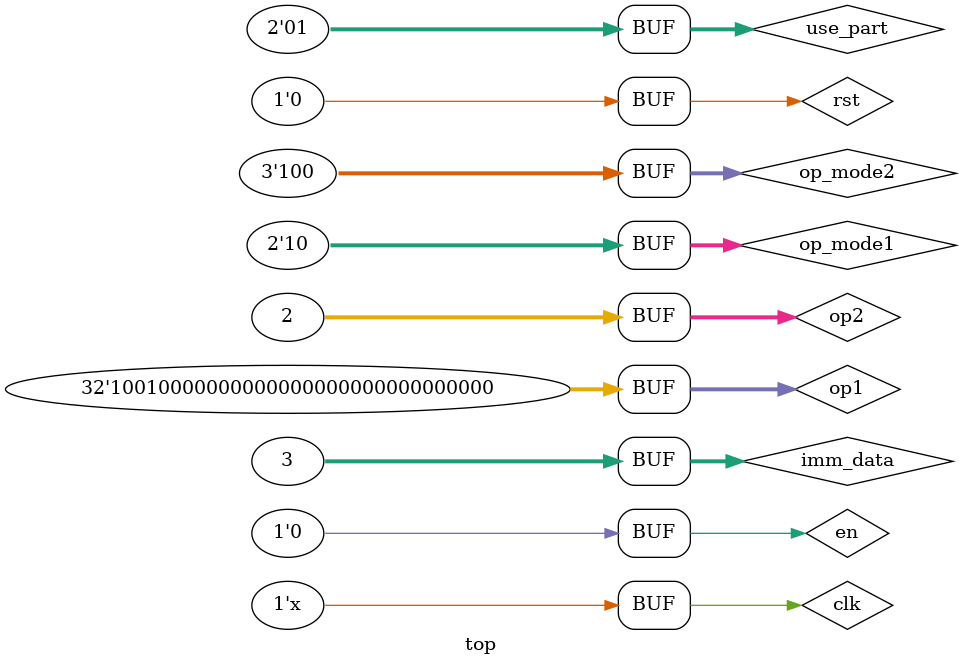
<source format=v>
/***************************************************************************************************
                                THE PROJECT IS DESIGNED AND CODED BY
                                            WINTERS WEN
                                NATIONAL UNIVERSITY OF DEFENSE TECHNOLOGY

                                            /
                                          / -----------
                                        /   \      /
                                              \  /
                                               /
                                           /       \
                                        /      *       \
                                    /            *          \
                                               *
                                                 *
                                
***************************************************************************************************/

`timescale 1ns/100ps

module top();

reg clk;
reg rst;



/*  */
reg		[31:0]			op1;
reg		[31:0]			op2;
reg						en;
reg		[1:0]			use_part;
reg		[1:0]			op_mode1;
reg		[2:0]			op_mode2;
wire					done;
wire	[31:0]			res;
reg		[31:0]			imm_data;
/*  */

initial begin
	/*  */
	op1 <= 32'h9000_0000;
	op2 <= 32'h0000_0002;
	imm_data <= 32'h0000_0000;
	use_part <= 'b01;
	op_mode1 <= 'b00;
	op_mode2 <= 'b100;
	en = 0;
	/*  */
	rst <= 1'b1;
	clk <= 1'b0;
	#3;
	/* clk 1 */
	rst <= 1'b0;
	en <= 'd1;
	#2;
	/* clk 2 */
	en <= 'd0;
	#2;
	/* clk 3 */
	en <= 'd0;
	#2;
	/* clk 4 */
	// en <= 'd1;
	// op_mode2 <= 'b100;
	#10;
	/* clk 6 */
	en <= 'd1;
	op_mode1 <= 'b10;
	op_mode2 <= 'b100;
	imm_data <= 'd3;
	#2;
	en <= 'd0;

end


always begin
	#1;
	clk <= ~clk;
end




SHIFT shift(
	.clk(clk),
	.rst(rst),
	.op1(op1),
	.op2(op2),
	.start(en),
	.imm_data(imm_data),
	.use_part(use_part),
	.op_mode1(op_mode1),
	.op_mode2(op_mode2),
	.done(done),
	.res(res)
);



endmodule

</source>
